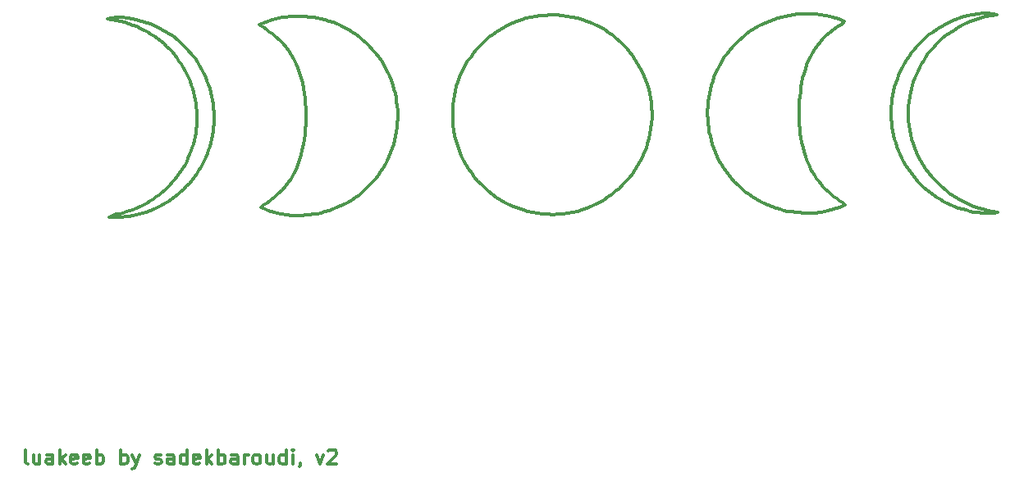
<source format=gbr>
%TF.GenerationSoftware,KiCad,Pcbnew,(5.1.10)-1*%
%TF.CreationDate,2021-12-10T09:46:15-08:00*%
%TF.ProjectId,6col-bottomplate,36636f6c-2d62-46f7-9474-6f6d706c6174,rev?*%
%TF.SameCoordinates,Original*%
%TF.FileFunction,Legend,Top*%
%TF.FilePolarity,Positive*%
%FSLAX46Y46*%
G04 Gerber Fmt 4.6, Leading zero omitted, Abs format (unit mm)*
G04 Created by KiCad (PCBNEW (5.1.10)-1) date 2021-12-10 09:46:15*
%MOMM*%
%LPD*%
G01*
G04 APERTURE LIST*
%ADD10C,0.360000*%
%ADD11C,0.300000*%
%ADD12C,0.150000*%
G04 APERTURE END LIST*
D10*
X113753717Y-77885779D02*
X113670613Y-78364989D01*
X113670613Y-78364989D02*
X113600113Y-78844107D01*
X113600113Y-78844107D02*
X113542543Y-79323039D01*
X113542543Y-79323039D02*
X113498228Y-79801692D01*
X113498228Y-79801692D02*
X113467494Y-80279973D01*
X113467494Y-80279973D02*
X113450665Y-80757788D01*
X113450665Y-80757788D02*
X113448069Y-81235046D01*
X113448069Y-81235046D02*
X113460029Y-81711653D01*
X113460029Y-81711653D02*
X113486873Y-82187515D01*
X113486873Y-82187515D02*
X113528924Y-82662540D01*
X113528924Y-82662540D02*
X113586510Y-83136635D01*
X113586510Y-83136635D02*
X113659955Y-83609707D01*
X113659955Y-83609707D02*
X113749586Y-84081663D01*
X113749586Y-84081663D02*
X113855726Y-84552409D01*
X113855726Y-84552409D02*
X113978704Y-85021854D01*
X113978704Y-85021854D02*
X114118843Y-85489903D01*
X118103468Y-71583403D02*
X117853358Y-71847548D01*
X117853358Y-71847548D02*
X117817718Y-71869153D01*
X77701592Y-81140153D02*
X77701592Y-81140153D01*
X69462467Y-88156903D02*
X69126631Y-88518956D01*
X69126631Y-88518956D02*
X68780500Y-88858305D01*
X68780500Y-88858305D02*
X68424940Y-89175406D01*
X68424940Y-89175406D02*
X68060816Y-89470714D01*
X68060816Y-89470714D02*
X67688994Y-89744686D01*
X67688994Y-89744686D02*
X67310342Y-89997779D01*
X67310342Y-89997779D02*
X66925725Y-90230448D01*
X66925725Y-90230448D02*
X66536009Y-90443151D01*
X66536009Y-90443151D02*
X66142062Y-90636343D01*
X66142062Y-90636343D02*
X65744748Y-90810481D01*
X65744748Y-90810481D02*
X65344934Y-90966022D01*
X65344934Y-90966022D02*
X64943487Y-91103421D01*
X64943487Y-91103421D02*
X64541272Y-91223135D01*
X64541272Y-91223135D02*
X64139156Y-91325620D01*
X64139156Y-91325620D02*
X63738005Y-91411334D01*
X63738005Y-91411334D02*
X63338685Y-91480731D01*
X63338685Y-91480731D02*
X62942063Y-91534269D01*
X62942063Y-91534269D02*
X62549005Y-91572404D01*
X62549005Y-91572404D02*
X62160377Y-91595592D01*
X62160377Y-91595592D02*
X61777044Y-91604290D01*
X61777044Y-91604290D02*
X61399875Y-91598953D01*
X61399875Y-91598953D02*
X61029733Y-91580039D01*
X61029733Y-91580039D02*
X60667487Y-91548004D01*
X60667487Y-91548004D02*
X59970144Y-91446395D01*
X59970144Y-91446395D02*
X59314775Y-91297777D01*
X59314775Y-91297777D02*
X58708311Y-91105801D01*
X58708311Y-91105801D02*
X58157680Y-90874119D01*
X58157680Y-90874119D02*
X57905468Y-90744529D01*
X58810343Y-72615278D02*
X58504353Y-72395233D01*
X58504353Y-72395233D02*
X58185574Y-72175769D01*
X58185574Y-72175769D02*
X57859818Y-71948167D01*
X57859818Y-71948167D02*
X57794342Y-71900903D01*
X61921843Y-76869778D02*
X61752244Y-76383376D01*
X61752244Y-76383376D02*
X61556248Y-75915313D01*
X61556248Y-75915313D02*
X61334249Y-75465510D01*
X61334249Y-75465510D02*
X61086637Y-75033890D01*
X61086637Y-75033890D02*
X60813807Y-74620373D01*
X60813807Y-74620373D02*
X60516149Y-74224881D01*
X60516149Y-74224881D02*
X60194057Y-73847336D01*
X60194057Y-73847336D02*
X59847922Y-73487659D01*
X59847922Y-73487659D02*
X59478138Y-73145771D01*
X59478138Y-73145771D02*
X59085097Y-72821595D01*
X59085097Y-72821595D02*
X58810343Y-72615278D01*
X88560092Y-91474778D02*
X88038649Y-91490772D01*
X88038649Y-91490772D02*
X87519713Y-91479580D01*
X87519713Y-91479580D02*
X87004207Y-91441732D01*
X87004207Y-91441732D02*
X86493055Y-91377760D01*
X86493055Y-91377760D02*
X85987182Y-91288198D01*
X85987182Y-91288198D02*
X85487512Y-91173575D01*
X85487512Y-91173575D02*
X84994969Y-91034425D01*
X84994969Y-91034425D02*
X84510478Y-90871280D01*
X84510478Y-90871280D02*
X84034964Y-90684671D01*
X84034964Y-90684671D02*
X83569350Y-90475130D01*
X83569350Y-90475130D02*
X83114561Y-90243189D01*
X83114561Y-90243189D02*
X82671521Y-89989380D01*
X82671521Y-89989380D02*
X82241155Y-89714236D01*
X82241155Y-89714236D02*
X81824387Y-89418287D01*
X81824387Y-89418287D02*
X81422141Y-89102067D01*
X81422141Y-89102067D02*
X81035342Y-88766106D01*
X81035342Y-88766106D02*
X80664914Y-88410937D01*
X80664914Y-88410937D02*
X80311781Y-88037092D01*
X80311781Y-88037092D02*
X79976869Y-87645103D01*
X79976869Y-87645103D02*
X79661100Y-87235502D01*
X79661100Y-87235502D02*
X79365400Y-86808820D01*
X79365400Y-86808820D02*
X79090693Y-86365590D01*
X79090693Y-86365590D02*
X78837903Y-85906343D01*
X78837903Y-85906343D02*
X78607955Y-85431612D01*
X78607955Y-85431612D02*
X78401773Y-84941928D01*
X78401773Y-84941928D02*
X78220281Y-84437823D01*
X78220281Y-84437823D02*
X78064404Y-83919830D01*
X78064404Y-83919830D02*
X77935066Y-83388480D01*
X77935066Y-83388480D02*
X77833191Y-82844306D01*
X77833191Y-82844306D02*
X77759704Y-82287838D01*
X77759704Y-82287838D02*
X77715530Y-81719610D01*
X77715530Y-81719610D02*
X77701592Y-81140153D01*
X87258343Y-70932529D02*
X87840659Y-70909165D01*
X87840659Y-70909165D02*
X88411598Y-70915839D01*
X88411598Y-70915839D02*
X88970758Y-70951617D01*
X88970758Y-70951617D02*
X89517739Y-71015562D01*
X89517739Y-71015562D02*
X90052140Y-71106737D01*
X90052140Y-71106737D02*
X90573559Y-71224208D01*
X90573559Y-71224208D02*
X91081595Y-71367037D01*
X91081595Y-71367037D02*
X91575846Y-71534290D01*
X91575846Y-71534290D02*
X92055913Y-71725029D01*
X92055913Y-71725029D02*
X92521393Y-71938319D01*
X92521393Y-71938319D02*
X92971886Y-72173224D01*
X92971886Y-72173224D02*
X93406990Y-72428809D01*
X93406990Y-72428809D02*
X93826305Y-72704136D01*
X93826305Y-72704136D02*
X94229429Y-72998270D01*
X94229429Y-72998270D02*
X94615960Y-73310275D01*
X94615960Y-73310275D02*
X94985499Y-73639215D01*
X94985499Y-73639215D02*
X95337643Y-73984154D01*
X95337643Y-73984154D02*
X95671992Y-74344157D01*
X95671992Y-74344157D02*
X95988144Y-74718286D01*
X95988144Y-74718286D02*
X96285698Y-75105606D01*
X96285698Y-75105606D02*
X96564254Y-75505182D01*
X96564254Y-75505182D02*
X96823410Y-75916076D01*
X96823410Y-75916076D02*
X97062764Y-76337354D01*
X97062764Y-76337354D02*
X97281917Y-76768078D01*
X97281917Y-76768078D02*
X97480466Y-77207314D01*
X97480466Y-77207314D02*
X97658010Y-77654125D01*
X97658010Y-77654125D02*
X97814149Y-78107575D01*
X97814149Y-78107575D02*
X97948481Y-78566728D01*
X97948481Y-78566728D02*
X98060605Y-79030649D01*
X98060605Y-79030649D02*
X98150120Y-79498400D01*
X98150120Y-79498400D02*
X98216624Y-79969047D01*
X98216624Y-79969047D02*
X98259718Y-80441653D01*
X62080592Y-85347028D02*
X62206126Y-84814409D01*
X62206126Y-84814409D02*
X62314686Y-84282163D01*
X62314686Y-84282163D02*
X62406037Y-83750288D01*
X62406037Y-83750288D02*
X62479947Y-83218786D01*
X62479947Y-83218786D02*
X62536184Y-82687655D01*
X62536184Y-82687655D02*
X62574515Y-82156897D01*
X62574515Y-82156897D02*
X62594707Y-81626511D01*
X62594707Y-81626511D02*
X62596529Y-81096497D01*
X62596529Y-81096497D02*
X62579747Y-80566854D01*
X62579747Y-80566854D02*
X62544129Y-80037584D01*
X62544129Y-80037584D02*
X62489443Y-79508686D01*
X62489443Y-79508686D02*
X62415455Y-78980160D01*
X62415455Y-78980160D02*
X62321934Y-78452007D01*
X62321934Y-78452007D02*
X62208646Y-77924225D01*
X62208646Y-77924225D02*
X62075360Y-77396815D01*
X62075360Y-77396815D02*
X61921843Y-76869778D01*
X69795842Y-74869528D02*
X70083465Y-75249164D01*
X70083465Y-75249164D02*
X70351075Y-75637550D01*
X70351075Y-75637550D02*
X70598751Y-76034041D01*
X70598751Y-76034041D02*
X70826570Y-76437990D01*
X70826570Y-76437990D02*
X71034611Y-76848753D01*
X71034611Y-76848753D02*
X71222953Y-77265684D01*
X71222953Y-77265684D02*
X71391673Y-77688137D01*
X71391673Y-77688137D02*
X71540852Y-78115469D01*
X71540852Y-78115469D02*
X71670566Y-78547033D01*
X71670566Y-78547033D02*
X71780895Y-78982183D01*
X71780895Y-78982183D02*
X71871917Y-79420276D01*
X71871917Y-79420276D02*
X71943711Y-79860665D01*
X71943711Y-79860665D02*
X71996355Y-80302705D01*
X71996355Y-80302705D02*
X72029927Y-80745750D01*
X72029927Y-80745750D02*
X72044506Y-81189156D01*
X72044506Y-81189156D02*
X72040170Y-81632278D01*
X72040170Y-81632278D02*
X72016999Y-82074469D01*
X72016999Y-82074469D02*
X71975070Y-82515084D01*
X71975070Y-82515084D02*
X71914461Y-82953479D01*
X71914461Y-82953479D02*
X71835253Y-83389007D01*
X71835253Y-83389007D02*
X71737522Y-83821025D01*
X71737522Y-83821025D02*
X71621347Y-84248885D01*
X71621347Y-84248885D02*
X71486807Y-84671944D01*
X71486807Y-84671944D02*
X71333981Y-85089555D01*
X71333981Y-85089555D02*
X71162946Y-85501073D01*
X71162946Y-85501073D02*
X70973782Y-85905854D01*
X70973782Y-85905854D02*
X70766566Y-86303251D01*
X70766566Y-86303251D02*
X70541378Y-86692620D01*
X70541378Y-86692620D02*
X70298295Y-87073315D01*
X70298295Y-87073315D02*
X70037397Y-87444690D01*
X70037397Y-87444690D02*
X69758761Y-87806101D01*
X69758761Y-87806101D02*
X69462467Y-88156903D01*
X57794342Y-71900903D02*
X58413281Y-71626760D01*
X58413281Y-71626760D02*
X59080961Y-71401429D01*
X59080961Y-71401429D02*
X59430986Y-71307904D01*
X59430986Y-71307904D02*
X59790685Y-71227584D01*
X59790685Y-71227584D02*
X60159221Y-71160803D01*
X60159221Y-71160803D02*
X60535756Y-71107897D01*
X60535756Y-71107897D02*
X60919454Y-71069200D01*
X60919454Y-71069200D02*
X61309476Y-71045045D01*
X61309476Y-71045045D02*
X61704987Y-71035767D01*
X61704987Y-71035767D02*
X62105149Y-71041700D01*
X62105149Y-71041700D02*
X62509124Y-71063179D01*
X62509124Y-71063179D02*
X62916076Y-71100537D01*
X62916076Y-71100537D02*
X63325167Y-71154110D01*
X63325167Y-71154110D02*
X63735561Y-71224231D01*
X63735561Y-71224231D02*
X64146420Y-71311235D01*
X64146420Y-71311235D02*
X64556906Y-71415456D01*
X64556906Y-71415456D02*
X64966184Y-71537228D01*
X64966184Y-71537228D02*
X65373414Y-71676886D01*
X65373414Y-71676886D02*
X65777762Y-71834763D01*
X65777762Y-71834763D02*
X66178389Y-72011195D01*
X66178389Y-72011195D02*
X66574457Y-72206515D01*
X66574457Y-72206515D02*
X66965131Y-72421057D01*
X66965131Y-72421057D02*
X67349573Y-72655157D01*
X67349573Y-72655157D02*
X67726945Y-72909148D01*
X67726945Y-72909148D02*
X68096411Y-73183364D01*
X68096411Y-73183364D02*
X68457133Y-73478140D01*
X68457133Y-73478140D02*
X68808274Y-73793810D01*
X68808274Y-73793810D02*
X69148997Y-74130708D01*
X69148997Y-74130708D02*
X69478466Y-74489170D01*
X69478466Y-74489170D02*
X69795842Y-74869528D01*
X77701592Y-81140153D02*
X77711029Y-80642520D01*
X77711029Y-80642520D02*
X77744911Y-80150163D01*
X77744911Y-80150163D02*
X77802657Y-79663707D01*
X77802657Y-79663707D02*
X77883689Y-79183776D01*
X77883689Y-79183776D02*
X77987430Y-78710996D01*
X77987430Y-78710996D02*
X78113299Y-78245992D01*
X78113299Y-78245992D02*
X78260720Y-77789389D01*
X78260720Y-77789389D02*
X78429114Y-77341811D01*
X78429114Y-77341811D02*
X78617901Y-76903884D01*
X78617901Y-76903884D02*
X78826504Y-76476232D01*
X78826504Y-76476232D02*
X79054344Y-76059481D01*
X79054344Y-76059481D02*
X79300843Y-75654256D01*
X79300843Y-75654256D02*
X79565423Y-75261180D01*
X79565423Y-75261180D02*
X79847504Y-74880880D01*
X79847504Y-74880880D02*
X80146509Y-74513981D01*
X80146509Y-74513981D02*
X80461858Y-74161107D01*
X80461858Y-74161107D02*
X80792974Y-73822882D01*
X80792974Y-73822882D02*
X81139278Y-73499934D01*
X81139278Y-73499934D02*
X81500191Y-73192885D01*
X81500191Y-73192885D02*
X81875136Y-72902362D01*
X81875136Y-72902362D02*
X82263533Y-72628988D01*
X82263533Y-72628988D02*
X82664805Y-72373390D01*
X82664805Y-72373390D02*
X83078372Y-72136192D01*
X83078372Y-72136192D02*
X83503657Y-71918019D01*
X83503657Y-71918019D02*
X83940080Y-71719495D01*
X83940080Y-71719495D02*
X84387064Y-71541247D01*
X84387064Y-71541247D02*
X84844030Y-71383899D01*
X84844030Y-71383899D02*
X85310399Y-71248075D01*
X85310399Y-71248075D02*
X85785594Y-71134401D01*
X85785594Y-71134401D02*
X86269035Y-71043502D01*
X86269035Y-71043502D02*
X86760144Y-70976003D01*
X86760144Y-70976003D02*
X87258343Y-70932529D01*
X57905468Y-90744529D02*
X58206596Y-90537905D01*
X58206596Y-90537905D02*
X58527725Y-90317536D01*
X58527725Y-90317536D02*
X58834255Y-90099757D01*
X58834255Y-90099757D02*
X59032592Y-89950778D01*
X59032592Y-89950778D02*
X59317970Y-89726063D01*
X59317970Y-89726063D02*
X59722317Y-89372450D01*
X59722317Y-89372450D02*
X60098201Y-88999270D01*
X60098201Y-88999270D02*
X60445622Y-88606835D01*
X60445622Y-88606835D02*
X60764579Y-88195459D01*
X60764579Y-88195459D02*
X61055073Y-87765456D01*
X61055073Y-87765456D02*
X61317103Y-87317140D01*
X61317103Y-87317140D02*
X61550671Y-86850826D01*
X61550671Y-86850826D02*
X61755774Y-86366826D01*
X61755774Y-86366826D02*
X61932415Y-85865455D01*
X61932415Y-85865455D02*
X62080592Y-85347028D01*
X98259718Y-80441653D02*
X98283796Y-80996216D01*
X98283796Y-80996216D02*
X98279150Y-81543291D01*
X98279150Y-81543291D02*
X98246541Y-82082273D01*
X98246541Y-82082273D02*
X98186730Y-82612559D01*
X98186730Y-82612559D02*
X98100478Y-83133543D01*
X98100478Y-83133543D02*
X97988548Y-83644620D01*
X97988548Y-83644620D02*
X97851701Y-84145186D01*
X97851701Y-84145186D02*
X97690698Y-84634637D01*
X97690698Y-84634637D02*
X97506301Y-85112368D01*
X97506301Y-85112368D02*
X97299272Y-85577773D01*
X97299272Y-85577773D02*
X97070372Y-86030250D01*
X97070372Y-86030250D02*
X96820363Y-86469192D01*
X96820363Y-86469192D02*
X96550007Y-86893995D01*
X96550007Y-86893995D02*
X96260064Y-87304056D01*
X96260064Y-87304056D02*
X95951297Y-87698768D01*
X95951297Y-87698768D02*
X95624467Y-88077528D01*
X95624467Y-88077528D02*
X95280336Y-88439731D01*
X95280336Y-88439731D02*
X94919665Y-88784772D01*
X94919665Y-88784772D02*
X94543216Y-89112046D01*
X94543216Y-89112046D02*
X94151751Y-89420950D01*
X94151751Y-89420950D02*
X93746031Y-89710878D01*
X93746031Y-89710878D02*
X93326817Y-89981226D01*
X93326817Y-89981226D02*
X92894871Y-90231389D01*
X92894871Y-90231389D02*
X92450955Y-90460762D01*
X92450955Y-90460762D02*
X91995831Y-90668742D01*
X91995831Y-90668742D02*
X91530260Y-90854723D01*
X91530260Y-90854723D02*
X91055003Y-91018100D01*
X91055003Y-91018100D02*
X90570822Y-91158270D01*
X90570822Y-91158270D02*
X90078479Y-91274627D01*
X90078479Y-91274627D02*
X89578735Y-91366567D01*
X89578735Y-91366567D02*
X89072352Y-91433486D01*
X89072352Y-91433486D02*
X88560092Y-91474778D01*
X114118843Y-85489903D02*
X114242316Y-85850652D01*
X114242316Y-85850652D02*
X114380346Y-86200774D01*
X114380346Y-86200774D02*
X114532608Y-86540431D01*
X114532608Y-86540431D02*
X114698776Y-86869787D01*
X114698776Y-86869787D02*
X114878525Y-87189004D01*
X114878525Y-87189004D02*
X115071528Y-87498245D01*
X115071528Y-87498245D02*
X115277461Y-87797673D01*
X115277461Y-87797673D02*
X115495998Y-88087450D01*
X115495998Y-88087450D02*
X115726814Y-88367739D01*
X115726814Y-88367739D02*
X115969582Y-88638703D01*
X115969582Y-88638703D02*
X116223977Y-88900505D01*
X116223977Y-88900505D02*
X116489674Y-89153308D01*
X116489674Y-89153308D02*
X116766347Y-89397273D01*
X116766347Y-89397273D02*
X117053670Y-89632565D01*
X117053670Y-89632565D02*
X117351319Y-89859346D01*
X117351319Y-89859346D02*
X117658967Y-90077779D01*
X117817718Y-71869153D02*
X117397972Y-72133454D01*
X117397972Y-72133454D02*
X117001736Y-72414174D01*
X117001736Y-72414174D02*
X116628708Y-72710985D01*
X116628708Y-72710985D02*
X116278586Y-73023563D01*
X116278586Y-73023563D02*
X115951067Y-73351582D01*
X115951067Y-73351582D02*
X115645849Y-73694716D01*
X115645849Y-73694716D02*
X115362630Y-74052640D01*
X115362630Y-74052640D02*
X115101107Y-74425028D01*
X115101107Y-74425028D02*
X114860978Y-74811555D01*
X114860978Y-74811555D02*
X114641941Y-75211895D01*
X114641941Y-75211895D02*
X114443694Y-75625722D01*
X114443694Y-75625722D02*
X114265933Y-76052712D01*
X114265933Y-76052712D02*
X114108358Y-76492538D01*
X114108358Y-76492538D02*
X113970665Y-76944875D01*
X113970665Y-76944875D02*
X113852552Y-77409397D01*
X113852552Y-77409397D02*
X113753717Y-77885779D01*
X51174467Y-79679653D02*
X51091467Y-79285883D01*
X51091467Y-79285883D02*
X50994346Y-78896604D01*
X50994346Y-78896604D02*
X50883214Y-78512214D01*
X50883214Y-78512214D02*
X50758182Y-78133112D01*
X50758182Y-78133112D02*
X50619360Y-77759695D01*
X50619360Y-77759695D02*
X50466859Y-77392362D01*
X50466859Y-77392362D02*
X50300788Y-77031512D01*
X50300788Y-77031512D02*
X50121259Y-76677542D01*
X50121259Y-76677542D02*
X49928383Y-76330850D01*
X49928383Y-76330850D02*
X49722268Y-75991836D01*
X49722268Y-75991836D02*
X49503027Y-75660896D01*
X49503027Y-75660896D02*
X49270769Y-75338430D01*
X49270769Y-75338430D02*
X49025605Y-75024835D01*
X49025605Y-75024835D02*
X48767645Y-74720510D01*
X48767645Y-74720510D02*
X48496999Y-74425853D01*
X48496999Y-74425853D02*
X48213779Y-74141263D01*
X48213779Y-74141263D02*
X47918095Y-73867136D01*
X47918095Y-73867136D02*
X47610056Y-73603873D01*
X47610056Y-73603873D02*
X47289775Y-73351870D01*
X47289775Y-73351870D02*
X46957360Y-73111527D01*
X46957360Y-73111527D02*
X46612923Y-72883241D01*
X46612923Y-72883241D02*
X46256573Y-72667411D01*
X46256573Y-72667411D02*
X45888422Y-72464434D01*
X45888422Y-72464434D02*
X45508580Y-72274710D01*
X45508580Y-72274710D02*
X45117157Y-72098636D01*
X45117157Y-72098636D02*
X44714264Y-71936610D01*
X44714264Y-71936610D02*
X44300012Y-71789031D01*
X44300012Y-71789031D02*
X43874510Y-71656298D01*
X43874510Y-71656298D02*
X43437869Y-71538807D01*
X43437869Y-71538807D02*
X42990199Y-71436958D01*
X42990199Y-71436958D02*
X42531612Y-71351149D01*
X42531612Y-71351149D02*
X42062218Y-71281778D01*
X47713718Y-89236403D02*
X47996243Y-88983147D01*
X47996243Y-88983147D02*
X48271326Y-88722450D01*
X48271326Y-88722450D02*
X48537480Y-88452823D01*
X48537480Y-88452823D02*
X48793217Y-88172779D01*
X43665593Y-91347778D02*
X44025012Y-91235164D01*
X44025012Y-91235164D02*
X44385921Y-91125528D01*
X44385921Y-91125528D02*
X44743852Y-91003985D01*
X44743852Y-91003985D02*
X45094343Y-90855653D01*
X125231342Y-87506029D02*
X124964248Y-87157948D01*
X124964248Y-87157948D02*
X124713656Y-86801633D01*
X124713656Y-86801633D02*
X124479604Y-86437592D01*
X124479604Y-86437592D02*
X124262130Y-86066333D01*
X124262130Y-86066333D02*
X124061270Y-85688366D01*
X124061270Y-85688366D02*
X123877064Y-85304198D01*
X123877064Y-85304198D02*
X123709549Y-84914338D01*
X123709549Y-84914338D02*
X123558762Y-84519296D01*
X123558762Y-84519296D02*
X123424742Y-84119579D01*
X123424742Y-84119579D02*
X123307525Y-83715698D01*
X123307525Y-83715698D02*
X123207151Y-83308159D01*
X123207151Y-83308159D02*
X123123657Y-82897472D01*
X123123657Y-82897472D02*
X123057080Y-82484146D01*
X123057080Y-82484146D02*
X123007459Y-82068689D01*
X123007459Y-82068689D02*
X122974830Y-81651611D01*
X122974830Y-81651611D02*
X122959233Y-81233419D01*
X122959233Y-81233419D02*
X122960704Y-80814622D01*
X122960704Y-80814622D02*
X122979282Y-80395729D01*
X122979282Y-80395729D02*
X123015004Y-79977250D01*
X123015004Y-79977250D02*
X123067909Y-79559691D01*
X123067909Y-79559691D02*
X123138033Y-79143563D01*
X123138033Y-79143563D02*
X123225415Y-78729374D01*
X123225415Y-78729374D02*
X123330092Y-78317632D01*
X123330092Y-78317632D02*
X123452102Y-77908846D01*
X123452102Y-77908846D02*
X123591484Y-77503525D01*
X123591484Y-77503525D02*
X123748274Y-77102178D01*
X123748274Y-77102178D02*
X123922511Y-76705313D01*
X123922511Y-76705313D02*
X124114232Y-76313439D01*
X124114232Y-76313439D02*
X124323476Y-75927065D01*
X124323476Y-75927065D02*
X124550279Y-75546699D01*
X124550279Y-75546699D02*
X124794681Y-75172851D01*
X124794681Y-75172851D02*
X125056718Y-74806028D01*
X133851467Y-70837279D02*
X133851467Y-70837279D01*
X118103468Y-71583403D02*
X118103468Y-71583403D01*
X45094343Y-90855653D02*
X45451034Y-90679043D01*
X45451034Y-90679043D02*
X45804749Y-90502434D01*
X45804749Y-90502434D02*
X46152510Y-90319872D01*
X46152510Y-90319872D02*
X46491343Y-90125404D01*
X125056718Y-74806028D02*
X125292490Y-74499755D01*
X125292490Y-74499755D02*
X125537963Y-74205967D01*
X125537963Y-74205967D02*
X125792418Y-73924591D01*
X125792418Y-73924591D02*
X126055137Y-73655555D01*
X126055137Y-73655555D02*
X126325402Y-73398785D01*
X126325402Y-73398785D02*
X126602495Y-73154210D01*
X126602495Y-73154210D02*
X126885698Y-72921755D01*
X126885698Y-72921755D02*
X127174293Y-72701350D01*
X127174293Y-72701350D02*
X127764788Y-72296394D01*
X127764788Y-72296394D02*
X128368236Y-71938761D01*
X128368236Y-71938761D02*
X128978892Y-71627869D01*
X128978892Y-71627869D02*
X129591014Y-71363137D01*
X129591014Y-71363137D02*
X130198856Y-71143984D01*
X130198856Y-71143984D02*
X130796676Y-70969828D01*
X130796676Y-70969828D02*
X131378730Y-70840088D01*
X131378730Y-70840088D02*
X131939273Y-70754182D01*
X131939273Y-70754182D02*
X132472562Y-70711530D01*
X132472562Y-70711530D02*
X132972853Y-70711549D01*
X132972853Y-70711549D02*
X133434403Y-70753659D01*
X133434403Y-70753659D02*
X133851467Y-70837279D01*
X124755092Y-80282903D02*
X124733880Y-80797274D01*
X124733880Y-80797274D02*
X124735713Y-81304484D01*
X124735713Y-81304484D02*
X124760568Y-81804438D01*
X124760568Y-81804438D02*
X124808422Y-82297043D01*
X124808422Y-82297043D02*
X124879251Y-82782208D01*
X124879251Y-82782208D02*
X124973032Y-83259837D01*
X124973032Y-83259837D02*
X125089742Y-83729840D01*
X125089742Y-83729840D02*
X125229358Y-84192122D01*
X125229358Y-84192122D02*
X125391856Y-84646590D01*
X125391856Y-84646590D02*
X125577213Y-85093152D01*
X125577213Y-85093152D02*
X125785406Y-85531715D01*
X125785406Y-85531715D02*
X126016411Y-85962185D01*
X126016411Y-85962185D02*
X126270205Y-86384469D01*
X126270205Y-86384469D02*
X126546766Y-86798475D01*
X126546766Y-86798475D02*
X126846070Y-87204109D01*
X126846070Y-87204109D02*
X127168093Y-87601279D01*
X50952218Y-84235778D02*
X51050940Y-83852297D01*
X51050940Y-83852297D02*
X51134780Y-83465840D01*
X51134780Y-83465840D02*
X51206713Y-83079383D01*
X51206713Y-83079383D02*
X51269717Y-82695904D01*
X51301468Y-87283778D02*
X51052363Y-87631644D01*
X51052363Y-87631644D02*
X50793188Y-87966744D01*
X50793188Y-87966744D02*
X50523922Y-88288961D01*
X50523922Y-88288961D02*
X50244540Y-88598178D01*
X50244540Y-88598178D02*
X49955018Y-88894280D01*
X49955018Y-88894280D02*
X49655335Y-89177151D01*
X49655335Y-89177151D02*
X49345466Y-89446673D01*
X49345466Y-89446673D02*
X49025389Y-89702731D01*
X49025389Y-89702731D02*
X48695080Y-89945208D01*
X48695080Y-89945208D02*
X48354515Y-90173989D01*
X48354515Y-90173989D02*
X48003672Y-90388956D01*
X48003672Y-90388956D02*
X47642528Y-90589994D01*
X47642528Y-90589994D02*
X47271058Y-90776987D01*
X47271058Y-90776987D02*
X46889240Y-90949817D01*
X46889240Y-90949817D02*
X46497051Y-91108370D01*
X46497051Y-91108370D02*
X46094468Y-91252528D01*
X51269717Y-82695904D02*
X51315110Y-82317384D01*
X51315110Y-82317384D02*
X51335202Y-81941841D01*
X51335202Y-81941841D02*
X51334457Y-81566298D01*
X51334457Y-81566298D02*
X51317342Y-81187779D01*
X46094468Y-91252528D02*
X45745373Y-91363067D01*
X45745373Y-91363067D02*
X45394603Y-91462096D01*
X45394603Y-91462096D02*
X45042160Y-91548986D01*
X45042160Y-91548986D02*
X44688042Y-91623110D01*
X44688042Y-91623110D02*
X44332249Y-91683838D01*
X44332249Y-91683838D02*
X43974783Y-91730545D01*
X43974783Y-91730545D02*
X43615642Y-91762601D01*
X43615642Y-91762601D02*
X43254827Y-91779379D01*
X43254827Y-91779379D02*
X42892337Y-91780252D01*
X42892337Y-91780252D02*
X42528174Y-91764590D01*
X42528174Y-91764590D02*
X42284468Y-91744654D01*
X42062218Y-71281778D02*
X42062218Y-71281778D01*
X49713968Y-86982154D02*
X49919350Y-86666637D01*
X49919350Y-86666637D02*
X50106874Y-86339216D01*
X50106874Y-86339216D02*
X50276538Y-85999888D01*
X50276538Y-85999888D02*
X50428343Y-85648654D01*
X42062218Y-71281778D02*
X42538580Y-71199500D01*
X42538580Y-71199500D02*
X43047614Y-71160824D01*
X43047614Y-71160824D02*
X43584415Y-71165447D01*
X43584415Y-71165447D02*
X44144074Y-71213069D01*
X44144074Y-71213069D02*
X44721686Y-71303385D01*
X44721686Y-71303385D02*
X45312344Y-71436094D01*
X45312344Y-71436094D02*
X45911141Y-71610893D01*
X45911141Y-71610893D02*
X46513170Y-71827481D01*
X46513170Y-71827481D02*
X47113525Y-72085554D01*
X47113525Y-72085554D02*
X47707299Y-72384811D01*
X47707299Y-72384811D02*
X48289585Y-72724949D01*
X48289585Y-72724949D02*
X48855477Y-73105667D01*
X48855477Y-73105667D02*
X49400068Y-73526660D01*
X49400068Y-73526660D02*
X49918451Y-73987629D01*
X49918451Y-73987629D02*
X50405720Y-74488269D01*
X50405720Y-74488269D02*
X50856968Y-75028279D01*
X51317342Y-81187779D02*
X51295018Y-80807026D01*
X51295018Y-80807026D02*
X51269717Y-80427762D01*
X51269717Y-80427762D02*
X51232510Y-80051475D01*
X51232510Y-80051475D02*
X51174467Y-79679653D01*
X42284468Y-91744654D02*
X42609657Y-91575485D01*
X42609657Y-91575485D02*
X43001512Y-91478714D01*
X43001512Y-91478714D02*
X43358130Y-91419842D01*
X43358130Y-91419842D02*
X43665593Y-91347778D01*
X50428343Y-85648654D02*
X50570473Y-85300643D01*
X50570473Y-85300643D02*
X50708139Y-84948168D01*
X50708139Y-84948168D02*
X50836876Y-84592717D01*
X50836876Y-84592717D02*
X50952218Y-84235778D01*
X46491343Y-90125404D02*
X46809587Y-89919524D01*
X46809587Y-89919524D02*
X47120389Y-89704715D01*
X47120389Y-89704715D02*
X47422262Y-89478000D01*
X47422262Y-89478000D02*
X47713718Y-89236403D01*
X50856968Y-75028279D02*
X51130287Y-75395989D01*
X51130287Y-75395989D02*
X51384834Y-75769539D01*
X51384834Y-75769539D02*
X51620813Y-76148444D01*
X51620813Y-76148444D02*
X51838427Y-76532217D01*
X51838427Y-76532217D02*
X52037879Y-76920374D01*
X52037879Y-76920374D02*
X52219373Y-77312429D01*
X52219373Y-77312429D02*
X52383112Y-77707897D01*
X52383112Y-77707897D02*
X52529299Y-78106292D01*
X52529299Y-78106292D02*
X52658139Y-78507128D01*
X52658139Y-78507128D02*
X52769835Y-78909921D01*
X52769835Y-78909921D02*
X52864590Y-79314185D01*
X52864590Y-79314185D02*
X52942607Y-79719434D01*
X52942607Y-79719434D02*
X53004091Y-80125182D01*
X53004091Y-80125182D02*
X53049244Y-80530946D01*
X53049244Y-80530946D02*
X53078271Y-80936239D01*
X53078271Y-80936239D02*
X53091373Y-81340575D01*
X53091373Y-81340575D02*
X53088756Y-81743469D01*
X53088756Y-81743469D02*
X53070623Y-82144437D01*
X53070623Y-82144437D02*
X53037176Y-82542991D01*
X53037176Y-82542991D02*
X52988620Y-82938648D01*
X52988620Y-82938648D02*
X52925158Y-83330921D01*
X52925158Y-83330921D02*
X52846993Y-83719325D01*
X52846993Y-83719325D02*
X52754329Y-84103375D01*
X52754329Y-84103375D02*
X52647369Y-84482585D01*
X52647369Y-84482585D02*
X52526318Y-84856469D01*
X52526318Y-84856469D02*
X52391377Y-85224543D01*
X52391377Y-85224543D02*
X52242752Y-85586321D01*
X52242752Y-85586321D02*
X52080644Y-85941317D01*
X52080644Y-85941317D02*
X51905259Y-86289046D01*
X51905259Y-86289046D02*
X51716799Y-86629023D01*
X51716799Y-86629023D02*
X51515467Y-86960762D01*
X51515467Y-86960762D02*
X51301468Y-87283778D01*
X106260718Y-74583778D02*
X106598363Y-74191209D01*
X106598363Y-74191209D02*
X106946939Y-73822801D01*
X106946939Y-73822801D02*
X107305560Y-73478066D01*
X107305560Y-73478066D02*
X107673344Y-73156516D01*
X107673344Y-73156516D02*
X108049406Y-72857662D01*
X108049406Y-72857662D02*
X108432864Y-72581016D01*
X108432864Y-72581016D02*
X108822832Y-72326090D01*
X108822832Y-72326090D02*
X109218428Y-72092395D01*
X109218428Y-72092395D02*
X109618768Y-71879443D01*
X109618768Y-71879443D02*
X110022968Y-71686745D01*
X110022968Y-71686745D02*
X110430145Y-71513814D01*
X110430145Y-71513814D02*
X110839414Y-71360161D01*
X110839414Y-71360161D02*
X111249893Y-71225297D01*
X111249893Y-71225297D02*
X111660698Y-71108734D01*
X111660698Y-71108734D02*
X112070944Y-71009984D01*
X112070944Y-71009984D02*
X112479748Y-70928559D01*
X112479748Y-70928559D02*
X112886227Y-70863970D01*
X112886227Y-70863970D02*
X113289497Y-70815729D01*
X113289497Y-70815729D02*
X113688675Y-70783347D01*
X113688675Y-70783347D02*
X114082875Y-70766336D01*
X114082875Y-70766336D02*
X114471216Y-70764209D01*
X114471216Y-70764209D02*
X114852813Y-70776475D01*
X114852813Y-70776475D02*
X115226782Y-70802648D01*
X115226782Y-70802648D02*
X115592241Y-70842239D01*
X115592241Y-70842239D02*
X116294089Y-70959720D01*
X116294089Y-70959720D02*
X116951290Y-71125012D01*
X116951290Y-71125012D02*
X117556772Y-71334208D01*
X117556772Y-71334208D02*
X118103468Y-71583403D01*
X117658967Y-90077779D02*
X117980017Y-90271371D01*
X117980017Y-90271371D02*
X118182842Y-90490528D01*
X106467092Y-87760028D02*
X106178460Y-87411708D01*
X106178460Y-87411708D02*
X105907889Y-87051854D01*
X105907889Y-87051854D02*
X105655393Y-86681210D01*
X105655393Y-86681210D02*
X105420985Y-86300520D01*
X105420985Y-86300520D02*
X105204681Y-85910528D01*
X105204681Y-85910528D02*
X105006495Y-85511979D01*
X105006495Y-85511979D02*
X104826442Y-85105616D01*
X104826442Y-85105616D02*
X104664535Y-84692184D01*
X104664535Y-84692184D02*
X104520791Y-84272427D01*
X104520791Y-84272427D02*
X104395223Y-83847088D01*
X104395223Y-83847088D02*
X104287845Y-83416913D01*
X104287845Y-83416913D02*
X104198673Y-82982645D01*
X104198673Y-82982645D02*
X104127720Y-82545028D01*
X104127720Y-82545028D02*
X104075002Y-82104807D01*
X104075002Y-82104807D02*
X104040533Y-81662726D01*
X104040533Y-81662726D02*
X104024327Y-81219528D01*
X104024327Y-81219528D02*
X104026399Y-80775958D01*
X104026399Y-80775958D02*
X104046763Y-80332760D01*
X104046763Y-80332760D02*
X104085435Y-79890679D01*
X104085435Y-79890679D02*
X104142428Y-79450458D01*
X104142428Y-79450458D02*
X104217757Y-79012841D01*
X104217757Y-79012841D02*
X104311437Y-78578573D01*
X104311437Y-78578573D02*
X104423482Y-78148398D01*
X104423482Y-78148398D02*
X104553907Y-77723059D01*
X104553907Y-77723059D02*
X104702726Y-77303302D01*
X104702726Y-77303302D02*
X104869954Y-76889870D01*
X104869954Y-76889870D02*
X105055605Y-76483507D01*
X105055605Y-76483507D02*
X105259693Y-76084957D01*
X105259693Y-76084957D02*
X105482234Y-75694966D01*
X105482234Y-75694966D02*
X105723243Y-75314276D01*
X105723243Y-75314276D02*
X105982732Y-74943632D01*
X105982732Y-74943632D02*
X106260718Y-74583778D01*
X130724093Y-91062028D02*
X130311846Y-90947620D01*
X130311846Y-90947620D02*
X129908576Y-90818725D01*
X129908576Y-90818725D02*
X129514329Y-90675365D01*
X129514329Y-90675365D02*
X129129151Y-90517565D01*
X129129151Y-90517565D02*
X128753089Y-90345346D01*
X128753089Y-90345346D02*
X128386188Y-90158734D01*
X128386188Y-90158734D02*
X128028497Y-89957750D01*
X128028497Y-89957750D02*
X127680061Y-89742418D01*
X127680061Y-89742418D02*
X127340926Y-89512762D01*
X127340926Y-89512762D02*
X127011140Y-89268804D01*
X127011140Y-89268804D02*
X126690749Y-89010568D01*
X126690749Y-89010568D02*
X126379799Y-88738077D01*
X126379799Y-88738077D02*
X126078336Y-88451354D01*
X126078336Y-88451354D02*
X125786408Y-88150423D01*
X125786408Y-88150423D02*
X125504061Y-87835307D01*
X125504061Y-87835307D02*
X125231342Y-87506029D01*
X48793217Y-88172779D02*
X49037543Y-87881819D01*
X49037543Y-87881819D02*
X49271451Y-87583419D01*
X49271451Y-87583419D02*
X49496430Y-87282042D01*
X49496430Y-87282042D02*
X49713968Y-86982154D01*
X133851467Y-70837279D02*
X133279932Y-70936508D01*
X133279932Y-70936508D02*
X132729024Y-71057943D01*
X132729024Y-71057943D02*
X132198533Y-71200627D01*
X132198533Y-71200627D02*
X131688250Y-71363603D01*
X131688250Y-71363603D02*
X131197966Y-71545915D01*
X131197966Y-71545915D02*
X130727472Y-71746606D01*
X130727472Y-71746606D02*
X130276557Y-71964721D01*
X130276557Y-71964721D02*
X129845014Y-72199303D01*
X129845014Y-72199303D02*
X129432632Y-72449396D01*
X129432632Y-72449396D02*
X129039203Y-72714043D01*
X129039203Y-72714043D02*
X128664516Y-72992288D01*
X128664516Y-72992288D02*
X128308363Y-73283175D01*
X128308363Y-73283175D02*
X127970535Y-73585747D01*
X127970535Y-73585747D02*
X127650822Y-73899048D01*
X127650822Y-73899048D02*
X127349015Y-74222122D01*
X127349015Y-74222122D02*
X127064904Y-74554012D01*
X127064904Y-74554012D02*
X126798281Y-74893762D01*
X126798281Y-74893762D02*
X126548936Y-75240416D01*
X126548936Y-75240416D02*
X126316659Y-75593017D01*
X126316659Y-75593017D02*
X126101242Y-75950609D01*
X126101242Y-75950609D02*
X125902475Y-76312236D01*
X125902475Y-76312236D02*
X125720149Y-76676940D01*
X125720149Y-76676940D02*
X125554055Y-77043767D01*
X125554055Y-77043767D02*
X125403982Y-77411760D01*
X125403982Y-77411760D02*
X125269723Y-77779962D01*
X125269723Y-77779962D02*
X125151067Y-78147417D01*
X125151067Y-78147417D02*
X125047806Y-78513168D01*
X125047806Y-78513168D02*
X124959730Y-78876260D01*
X124959730Y-78876260D02*
X124886630Y-79235735D01*
X124886630Y-79235735D02*
X124784520Y-79940013D01*
X124784520Y-79940013D02*
X124755092Y-80282903D01*
X127168093Y-87601279D02*
X127504963Y-87983430D01*
X127504963Y-87983430D02*
X127854624Y-88344210D01*
X127854624Y-88344210D02*
X128216842Y-88683829D01*
X128216842Y-88683829D02*
X128591385Y-89002495D01*
X128591385Y-89002495D02*
X128978021Y-89300419D01*
X128978021Y-89300419D02*
X129376516Y-89577809D01*
X129376516Y-89577809D02*
X129786638Y-89834874D01*
X129786638Y-89834874D02*
X130208155Y-90071825D01*
X130208155Y-90071825D02*
X130640834Y-90288870D01*
X130640834Y-90288870D02*
X131084443Y-90486218D01*
X131084443Y-90486218D02*
X131538748Y-90664079D01*
X131538748Y-90664079D02*
X132003518Y-90822663D01*
X132003518Y-90822663D02*
X132478520Y-90962178D01*
X132478520Y-90962178D02*
X132963522Y-91082833D01*
X132963522Y-91082833D02*
X133458290Y-91184839D01*
X133458290Y-91184839D02*
X133962593Y-91268404D01*
X57905468Y-90744529D02*
X57905468Y-90744529D01*
X118182842Y-90490528D02*
X117654490Y-90738741D01*
X117654490Y-90738741D02*
X117068026Y-90950748D01*
X117068026Y-90950748D02*
X116430077Y-91122338D01*
X116430077Y-91122338D02*
X115747270Y-91249303D01*
X115747270Y-91249303D02*
X115026232Y-91327434D01*
X115026232Y-91327434D02*
X114653449Y-91346872D01*
X114653449Y-91346872D02*
X114273592Y-91352522D01*
X114273592Y-91352522D02*
X113887492Y-91343859D01*
X113887492Y-91343859D02*
X113495977Y-91320357D01*
X113495977Y-91320357D02*
X113099875Y-91281490D01*
X113099875Y-91281490D02*
X112700014Y-91226731D01*
X112700014Y-91226731D02*
X112297223Y-91155555D01*
X112297223Y-91155555D02*
X111892331Y-91067434D01*
X111892331Y-91067434D02*
X111486165Y-90961844D01*
X111486165Y-90961844D02*
X111079555Y-90838258D01*
X111079555Y-90838258D02*
X110673328Y-90696150D01*
X110673328Y-90696150D02*
X110268314Y-90534994D01*
X110268314Y-90534994D02*
X109865340Y-90354263D01*
X109865340Y-90354263D02*
X109465235Y-90153432D01*
X109465235Y-90153432D02*
X109068827Y-89931974D01*
X109068827Y-89931974D02*
X108676945Y-89689363D01*
X108676945Y-89689363D02*
X108290418Y-89425074D01*
X108290418Y-89425074D02*
X107910074Y-89138579D01*
X107910074Y-89138579D02*
X107536740Y-88829353D01*
X107536740Y-88829353D02*
X107171246Y-88496870D01*
X107171246Y-88496870D02*
X106814421Y-88140604D01*
X106814421Y-88140604D02*
X106467092Y-87760028D01*
X133962593Y-91268404D02*
X133548013Y-91338973D01*
X133548013Y-91338973D02*
X133137340Y-91374567D01*
X133137340Y-91374567D02*
X132730016Y-91378908D01*
X132730016Y-91378908D02*
X132325482Y-91355716D01*
X132325482Y-91355716D02*
X131923181Y-91308710D01*
X131923181Y-91308710D02*
X131522555Y-91241614D01*
X131522555Y-91241614D02*
X131123045Y-91158146D01*
X131123045Y-91158146D02*
X130724093Y-91062028D01*
D11*
X33887878Y-117297775D02*
X33745021Y-117226346D01*
X33673593Y-117083489D01*
X33673593Y-115797775D01*
X35102164Y-116297775D02*
X35102164Y-117297775D01*
X34459307Y-116297775D02*
X34459307Y-117083489D01*
X34530735Y-117226346D01*
X34673593Y-117297775D01*
X34887878Y-117297775D01*
X35030735Y-117226346D01*
X35102164Y-117154918D01*
X36459307Y-117297775D02*
X36459307Y-116512061D01*
X36387878Y-116369204D01*
X36245021Y-116297775D01*
X35959307Y-116297775D01*
X35816450Y-116369204D01*
X36459307Y-117226346D02*
X36316450Y-117297775D01*
X35959307Y-117297775D01*
X35816450Y-117226346D01*
X35745021Y-117083489D01*
X35745021Y-116940632D01*
X35816450Y-116797775D01*
X35959307Y-116726346D01*
X36316450Y-116726346D01*
X36459307Y-116654918D01*
X37173593Y-117297775D02*
X37173593Y-115797775D01*
X37316450Y-116726346D02*
X37745021Y-117297775D01*
X37745021Y-116297775D02*
X37173593Y-116869204D01*
X38959307Y-117226346D02*
X38816450Y-117297775D01*
X38530735Y-117297775D01*
X38387878Y-117226346D01*
X38316450Y-117083489D01*
X38316450Y-116512061D01*
X38387878Y-116369204D01*
X38530735Y-116297775D01*
X38816450Y-116297775D01*
X38959307Y-116369204D01*
X39030735Y-116512061D01*
X39030735Y-116654918D01*
X38316450Y-116797775D01*
X40245021Y-117226346D02*
X40102164Y-117297775D01*
X39816450Y-117297775D01*
X39673593Y-117226346D01*
X39602164Y-117083489D01*
X39602164Y-116512061D01*
X39673593Y-116369204D01*
X39816450Y-116297775D01*
X40102164Y-116297775D01*
X40245021Y-116369204D01*
X40316450Y-116512061D01*
X40316450Y-116654918D01*
X39602164Y-116797775D01*
X40959307Y-117297775D02*
X40959307Y-115797775D01*
X40959307Y-116369204D02*
X41102164Y-116297775D01*
X41387878Y-116297775D01*
X41530735Y-116369204D01*
X41602164Y-116440632D01*
X41673593Y-116583489D01*
X41673593Y-117012061D01*
X41602164Y-117154918D01*
X41530735Y-117226346D01*
X41387878Y-117297775D01*
X41102164Y-117297775D01*
X40959307Y-117226346D01*
X43459307Y-117297775D02*
X43459307Y-115797775D01*
X43459307Y-116369204D02*
X43602164Y-116297775D01*
X43887878Y-116297775D01*
X44030735Y-116369204D01*
X44102164Y-116440632D01*
X44173593Y-116583489D01*
X44173593Y-117012061D01*
X44102164Y-117154918D01*
X44030735Y-117226346D01*
X43887878Y-117297775D01*
X43602164Y-117297775D01*
X43459307Y-117226346D01*
X44673593Y-116297775D02*
X45030735Y-117297775D01*
X45387878Y-116297775D02*
X45030735Y-117297775D01*
X44887878Y-117654918D01*
X44816450Y-117726346D01*
X44673593Y-117797775D01*
X47030735Y-117226346D02*
X47173593Y-117297775D01*
X47459307Y-117297775D01*
X47602164Y-117226346D01*
X47673593Y-117083489D01*
X47673593Y-117012061D01*
X47602164Y-116869204D01*
X47459307Y-116797775D01*
X47245021Y-116797775D01*
X47102164Y-116726346D01*
X47030735Y-116583489D01*
X47030735Y-116512061D01*
X47102164Y-116369204D01*
X47245021Y-116297775D01*
X47459307Y-116297775D01*
X47602164Y-116369204D01*
X48959307Y-117297775D02*
X48959307Y-116512061D01*
X48887878Y-116369204D01*
X48745021Y-116297775D01*
X48459307Y-116297775D01*
X48316450Y-116369204D01*
X48959307Y-117226346D02*
X48816450Y-117297775D01*
X48459307Y-117297775D01*
X48316450Y-117226346D01*
X48245021Y-117083489D01*
X48245021Y-116940632D01*
X48316450Y-116797775D01*
X48459307Y-116726346D01*
X48816450Y-116726346D01*
X48959307Y-116654918D01*
X50316450Y-117297775D02*
X50316450Y-115797775D01*
X50316450Y-117226346D02*
X50173593Y-117297775D01*
X49887878Y-117297775D01*
X49745021Y-117226346D01*
X49673592Y-117154918D01*
X49602164Y-117012061D01*
X49602164Y-116583489D01*
X49673592Y-116440632D01*
X49745021Y-116369204D01*
X49887878Y-116297775D01*
X50173593Y-116297775D01*
X50316450Y-116369204D01*
X51602164Y-117226346D02*
X51459307Y-117297775D01*
X51173593Y-117297775D01*
X51030735Y-117226346D01*
X50959307Y-117083489D01*
X50959307Y-116512061D01*
X51030735Y-116369204D01*
X51173593Y-116297775D01*
X51459307Y-116297775D01*
X51602164Y-116369204D01*
X51673593Y-116512061D01*
X51673593Y-116654918D01*
X50959307Y-116797775D01*
X52316450Y-117297775D02*
X52316450Y-115797775D01*
X52459307Y-116726346D02*
X52887878Y-117297775D01*
X52887878Y-116297775D02*
X52316450Y-116869204D01*
X53530735Y-117297775D02*
X53530735Y-115797775D01*
X53530735Y-116369204D02*
X53673593Y-116297775D01*
X53959307Y-116297775D01*
X54102164Y-116369204D01*
X54173593Y-116440632D01*
X54245021Y-116583489D01*
X54245021Y-117012061D01*
X54173593Y-117154918D01*
X54102164Y-117226346D01*
X53959307Y-117297775D01*
X53673593Y-117297775D01*
X53530735Y-117226346D01*
X55530735Y-117297775D02*
X55530735Y-116512061D01*
X55459307Y-116369204D01*
X55316450Y-116297775D01*
X55030735Y-116297775D01*
X54887878Y-116369204D01*
X55530735Y-117226346D02*
X55387878Y-117297775D01*
X55030735Y-117297775D01*
X54887878Y-117226346D01*
X54816450Y-117083489D01*
X54816450Y-116940632D01*
X54887878Y-116797775D01*
X55030735Y-116726346D01*
X55387878Y-116726346D01*
X55530735Y-116654918D01*
X56245021Y-117297775D02*
X56245021Y-116297775D01*
X56245021Y-116583489D02*
X56316450Y-116440632D01*
X56387878Y-116369204D01*
X56530735Y-116297775D01*
X56673593Y-116297775D01*
X57387878Y-117297775D02*
X57245021Y-117226346D01*
X57173593Y-117154918D01*
X57102164Y-117012061D01*
X57102164Y-116583489D01*
X57173593Y-116440632D01*
X57245021Y-116369204D01*
X57387878Y-116297775D01*
X57602164Y-116297775D01*
X57745021Y-116369204D01*
X57816450Y-116440632D01*
X57887878Y-116583489D01*
X57887878Y-117012061D01*
X57816450Y-117154918D01*
X57745021Y-117226346D01*
X57602164Y-117297775D01*
X57387878Y-117297775D01*
X59173593Y-116297775D02*
X59173593Y-117297775D01*
X58530735Y-116297775D02*
X58530735Y-117083489D01*
X58602164Y-117226346D01*
X58745021Y-117297775D01*
X58959307Y-117297775D01*
X59102164Y-117226346D01*
X59173593Y-117154918D01*
X60530735Y-117297775D02*
X60530735Y-115797775D01*
X60530735Y-117226346D02*
X60387878Y-117297775D01*
X60102164Y-117297775D01*
X59959307Y-117226346D01*
X59887878Y-117154918D01*
X59816450Y-117012061D01*
X59816450Y-116583489D01*
X59887878Y-116440632D01*
X59959307Y-116369204D01*
X60102164Y-116297775D01*
X60387878Y-116297775D01*
X60530735Y-116369204D01*
X61245021Y-117297775D02*
X61245021Y-116297775D01*
X61245021Y-115797775D02*
X61173593Y-115869204D01*
X61245021Y-115940632D01*
X61316450Y-115869204D01*
X61245021Y-115797775D01*
X61245021Y-115940632D01*
X62030735Y-117226346D02*
X62030735Y-117297775D01*
X61959307Y-117440632D01*
X61887878Y-117512061D01*
X63673593Y-116297775D02*
X64030735Y-117297775D01*
X64387878Y-116297775D01*
X64887878Y-115940632D02*
X64959307Y-115869204D01*
X65102164Y-115797775D01*
X65459307Y-115797775D01*
X65602164Y-115869204D01*
X65673593Y-115940632D01*
X65745021Y-116083489D01*
X65745021Y-116226346D01*
X65673593Y-116440632D01*
X64816450Y-117297775D01*
X65745021Y-117297775D01*
%TO.C,*%
D12*
%TD*%
M02*

</source>
